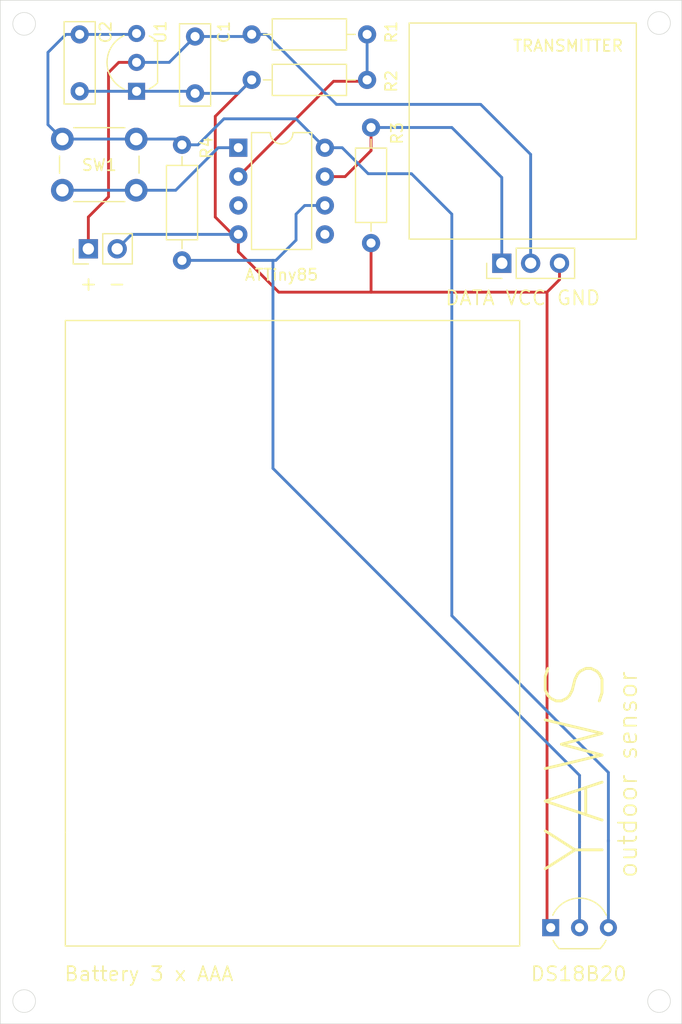
<source format=kicad_pcb>
(kicad_pcb (version 20171130) (host pcbnew "(5.1.9-0-10_14)")

  (general
    (thickness 1.6)
    (drawings 26)
    (tracks 80)
    (zones 0)
    (modules 12)
    (nets 8)
  )

  (page A4)
  (layers
    (0 F.Cu signal)
    (31 B.Cu signal)
    (32 B.Adhes user hide)
    (33 F.Adhes user hide)
    (34 B.Paste user hide)
    (35 F.Paste user hide)
    (36 B.SilkS user)
    (37 F.SilkS user)
    (38 B.Mask user hide)
    (39 F.Mask user hide)
    (40 Dwgs.User user hide)
    (41 Cmts.User user hide)
    (42 Eco1.User user hide)
    (43 Eco2.User user hide)
    (44 Edge.Cuts user)
    (45 Margin user hide)
    (46 B.CrtYd user hide)
    (47 F.CrtYd user hide)
    (48 B.Fab user hide)
    (49 F.Fab user hide)
  )

  (setup
    (last_trace_width 0.25)
    (user_trace_width 0.5)
    (trace_clearance 0.2)
    (zone_clearance 0.508)
    (zone_45_only no)
    (trace_min 0.2)
    (via_size 0.8)
    (via_drill 0.4)
    (via_min_size 0.4)
    (via_min_drill 0.3)
    (uvia_size 0.3)
    (uvia_drill 0.1)
    (uvias_allowed no)
    (uvia_min_size 0.2)
    (uvia_min_drill 0.1)
    (edge_width 0.05)
    (segment_width 0.2)
    (pcb_text_width 0.3)
    (pcb_text_size 1.5 1.5)
    (mod_edge_width 0.12)
    (mod_text_size 1 1)
    (mod_text_width 0.15)
    (pad_size 1.524 1.524)
    (pad_drill 0.762)
    (pad_to_mask_clearance 0)
    (aux_axis_origin 0 0)
    (visible_elements FFFFFF7F)
    (pcbplotparams
      (layerselection 0x010f0_ffffffff)
      (usegerberextensions true)
      (usegerberattributes false)
      (usegerberadvancedattributes false)
      (creategerberjobfile false)
      (excludeedgelayer true)
      (linewidth 0.100000)
      (plotframeref false)
      (viasonmask false)
      (mode 1)
      (useauxorigin false)
      (hpglpennumber 1)
      (hpglpenspeed 20)
      (hpglpendiameter 15.000000)
      (psnegative false)
      (psa4output false)
      (plotreference true)
      (plotvalue true)
      (plotinvisibletext false)
      (padsonsilk false)
      (subtractmaskfromsilk false)
      (outputformat 1)
      (mirror false)
      (drillshape 0)
      (scaleselection 1)
      (outputdirectory "../outdoor-v2-pcbway/"))
  )

  (net 0 "")
  (net 1 "Net-(BT1-Pad2)")
  (net 2 "Net-(BT1-Pad1)")
  (net 3 "Net-(J1-Pad1)")
  (net 4 "Net-(C2-Pad1)")
  (net 5 "Net-(R1-Pad2)")
  (net 6 "Net-(R4-Pad2)")
  (net 7 "Net-(SW1-Pad2)")

  (net_class Default "This is the default net class."
    (clearance 0.2)
    (trace_width 0.25)
    (via_dia 0.8)
    (via_drill 0.4)
    (uvia_dia 0.3)
    (uvia_drill 0.1)
    (add_net "Net-(BT1-Pad1)")
    (add_net "Net-(BT1-Pad2)")
    (add_net "Net-(C2-Pad1)")
    (add_net "Net-(J1-Pad1)")
    (add_net "Net-(R1-Pad2)")
    (add_net "Net-(R4-Pad2)")
    (add_net "Net-(SW1-Pad2)")
  )

  (module Package_DIP:DIP-8_W7.62mm (layer F.Cu) (tedit 63D6ABDD) (tstamp 63214320)
    (at 60.96 92.964)
    (descr "8-lead though-hole mounted DIP package, row spacing 7.62 mm (300 mils)")
    (tags "THT DIP DIL PDIP 2.54mm 7.62mm 300mil")
    (path /63201EA0)
    (fp_text reference U2 (at 2.286 7.62 90) (layer F.SilkS) hide
      (effects (font (size 1 1) (thickness 0.15)))
    )
    (fp_text value ATtiny45V-10PU (at 3.81 9.95) (layer F.Fab)
      (effects (font (size 1 1) (thickness 0.15)))
    )
    (fp_line (start 1.635 -1.27) (end 6.985 -1.27) (layer F.Fab) (width 0.1))
    (fp_line (start 6.985 -1.27) (end 6.985 8.89) (layer F.Fab) (width 0.1))
    (fp_line (start 6.985 8.89) (end 0.635 8.89) (layer F.Fab) (width 0.1))
    (fp_line (start 0.635 8.89) (end 0.635 -0.27) (layer F.Fab) (width 0.1))
    (fp_line (start 0.635 -0.27) (end 1.635 -1.27) (layer F.Fab) (width 0.1))
    (fp_line (start 2.81 -1.33) (end 1.16 -1.33) (layer F.SilkS) (width 0.12))
    (fp_line (start 1.16 -1.33) (end 1.16 8.95) (layer F.SilkS) (width 0.12))
    (fp_line (start 1.16 8.95) (end 6.46 8.95) (layer F.SilkS) (width 0.12))
    (fp_line (start 6.46 8.95) (end 6.46 -1.33) (layer F.SilkS) (width 0.12))
    (fp_line (start 6.46 -1.33) (end 4.81 -1.33) (layer F.SilkS) (width 0.12))
    (fp_line (start -1.1 -1.55) (end -1.1 9.15) (layer F.CrtYd) (width 0.05))
    (fp_line (start -1.1 9.15) (end 8.7 9.15) (layer F.CrtYd) (width 0.05))
    (fp_line (start 8.7 9.15) (end 8.7 -1.55) (layer F.CrtYd) (width 0.05))
    (fp_line (start 8.7 -1.55) (end -1.1 -1.55) (layer F.CrtYd) (width 0.05))
    (fp_text user %R (at 3.81 3.81) (layer F.Fab)
      (effects (font (size 1 1) (thickness 0.15)))
    )
    (fp_arc (start 3.81 -1.33) (end 2.81 -1.33) (angle -180) (layer F.SilkS) (width 0.12))
    (pad 8 thru_hole oval (at 7.62 0) (size 1.6 1.6) (drill 0.8) (layers *.Cu *.Mask)
      (net 4 "Net-(C2-Pad1)"))
    (pad 4 thru_hole oval (at 0 7.62) (size 1.6 1.6) (drill 0.8) (layers *.Cu *.Mask)
      (net 1 "Net-(BT1-Pad2)"))
    (pad 7 thru_hole oval (at 7.62 2.54) (size 1.6 1.6) (drill 0.8) (layers *.Cu *.Mask)
      (net 3 "Net-(J1-Pad1)"))
    (pad 3 thru_hole oval (at 0 5.08) (size 1.6 1.6) (drill 0.8) (layers *.Cu *.Mask))
    (pad 6 thru_hole oval (at 7.62 5.08) (size 1.6 1.6) (drill 0.8) (layers *.Cu *.Mask)
      (net 6 "Net-(R4-Pad2)"))
    (pad 2 thru_hole oval (at 0 2.54) (size 1.6 1.6) (drill 0.8) (layers *.Cu *.Mask)
      (net 5 "Net-(R1-Pad2)"))
    (pad 5 thru_hole oval (at 7.62 7.62) (size 1.6 1.6) (drill 0.8) (layers *.Cu *.Mask))
    (pad 1 thru_hole rect (at 0 0) (size 1.6 1.6) (drill 0.8) (layers *.Cu *.Mask)
      (net 7 "Net-(SW1-Pad2)"))
    (model ${KISYS3DMOD}/Package_DIP.3dshapes/DIP-8_W7.62mm.wrl
      (at (xyz 0 0 0))
      (scale (xyz 1 1 1))
      (rotate (xyz 0 0 0))
    )
  )

  (module Package_TO_SOT_THT:TO-92_Inline_Wide (layer F.Cu) (tedit 63D6ABB1) (tstamp 63D32D19)
    (at 88.46 161.544)
    (descr "TO-92 leads in-line, wide, drill 0.75mm (see NXP sot054_po.pdf)")
    (tags "to-92 sc-43 sc-43a sot54 PA33 transistor")
    (path /631FB4D2)
    (fp_text reference U3 (at -0.068 -3.048) (layer F.SilkS) hide
      (effects (font (size 1 1) (thickness 0.15)))
    )
    (fp_text value DS18B20 (at 2.54 2.79) (layer F.Fab)
      (effects (font (size 1 1) (thickness 0.15)))
    )
    (fp_line (start 0.74 1.85) (end 4.34 1.85) (layer F.SilkS) (width 0.12))
    (fp_line (start 0.8 1.75) (end 4.3 1.75) (layer F.Fab) (width 0.1))
    (fp_line (start -1.01 -2.73) (end 6.09 -2.73) (layer F.CrtYd) (width 0.05))
    (fp_line (start -1.01 -2.73) (end -1.01 2.01) (layer F.CrtYd) (width 0.05))
    (fp_line (start 6.09 2.01) (end 6.09 -2.73) (layer F.CrtYd) (width 0.05))
    (fp_line (start 6.09 2.01) (end -1.01 2.01) (layer F.CrtYd) (width 0.05))
    (fp_arc (start 2.54 0) (end 4.34 1.85) (angle -20) (layer F.SilkS) (width 0.12))
    (fp_arc (start 2.54 0) (end 2.54 -2.48) (angle -135) (layer F.Fab) (width 0.1))
    (fp_arc (start 2.54 0) (end 2.54 -2.48) (angle 135) (layer F.Fab) (width 0.1))
    (fp_arc (start 2.54 0) (end 2.54 -2.6) (angle 65) (layer F.SilkS) (width 0.12))
    (fp_arc (start 2.54 0) (end 2.54 -2.6) (angle -65) (layer F.SilkS) (width 0.12))
    (fp_arc (start 2.54 0) (end 0.74 1.85) (angle 20) (layer F.SilkS) (width 0.12))
    (fp_text user %R (at 2.54 0) (layer F.Fab)
      (effects (font (size 1 1) (thickness 0.15)))
    )
    (pad 1 thru_hole rect (at 0 0) (size 1.5 1.5) (drill 0.8) (layers *.Cu *.Mask)
      (net 1 "Net-(BT1-Pad2)"))
    (pad 3 thru_hole circle (at 5.08 0) (size 1.5 1.5) (drill 0.8) (layers *.Cu *.Mask)
      (net 4 "Net-(C2-Pad1)"))
    (pad 2 thru_hole circle (at 2.54 0) (size 1.5 1.5) (drill 0.8) (layers *.Cu *.Mask)
      (net 6 "Net-(R4-Pad2)"))
    (model ${KISYS3DMOD}/Package_TO_SOT_THT.3dshapes/TO-92_Inline_Wide.wrl
      (at (xyz 0 0 0))
      (scale (xyz 1 1 1))
      (rotate (xyz 0 0 0))
    )
  )

  (module Resistor_THT:R_Axial_DIN0207_L6.3mm_D2.5mm_P10.16mm_Horizontal (layer F.Cu) (tedit 5AE5139B) (tstamp 63D6A70D)
    (at 72.644 91.186 270)
    (descr "Resistor, Axial_DIN0207 series, Axial, Horizontal, pin pitch=10.16mm, 0.25W = 1/4W, length*diameter=6.3*2.5mm^2, http://cdn-reichelt.de/documents/datenblatt/B400/1_4W%23YAG.pdf")
    (tags "Resistor Axial_DIN0207 series Axial Horizontal pin pitch 10.16mm 0.25W = 1/4W length 6.3mm diameter 2.5mm")
    (path /63D75132)
    (fp_text reference R3 (at 0.508 -2.286 90) (layer F.SilkS)
      (effects (font (size 1 1) (thickness 0.15)))
    )
    (fp_text value 10k (at 5.08 2.37 90) (layer F.Fab)
      (effects (font (size 1 1) (thickness 0.15)))
    )
    (fp_line (start 11.21 -1.5) (end -1.05 -1.5) (layer F.CrtYd) (width 0.05))
    (fp_line (start 11.21 1.5) (end 11.21 -1.5) (layer F.CrtYd) (width 0.05))
    (fp_line (start -1.05 1.5) (end 11.21 1.5) (layer F.CrtYd) (width 0.05))
    (fp_line (start -1.05 -1.5) (end -1.05 1.5) (layer F.CrtYd) (width 0.05))
    (fp_line (start 9.12 0) (end 8.35 0) (layer F.SilkS) (width 0.12))
    (fp_line (start 1.04 0) (end 1.81 0) (layer F.SilkS) (width 0.12))
    (fp_line (start 8.35 -1.37) (end 1.81 -1.37) (layer F.SilkS) (width 0.12))
    (fp_line (start 8.35 1.37) (end 8.35 -1.37) (layer F.SilkS) (width 0.12))
    (fp_line (start 1.81 1.37) (end 8.35 1.37) (layer F.SilkS) (width 0.12))
    (fp_line (start 1.81 -1.37) (end 1.81 1.37) (layer F.SilkS) (width 0.12))
    (fp_line (start 10.16 0) (end 8.23 0) (layer F.Fab) (width 0.1))
    (fp_line (start 0 0) (end 1.93 0) (layer F.Fab) (width 0.1))
    (fp_line (start 8.23 -1.25) (end 1.93 -1.25) (layer F.Fab) (width 0.1))
    (fp_line (start 8.23 1.25) (end 8.23 -1.25) (layer F.Fab) (width 0.1))
    (fp_line (start 1.93 1.25) (end 8.23 1.25) (layer F.Fab) (width 0.1))
    (fp_line (start 1.93 -1.25) (end 1.93 1.25) (layer F.Fab) (width 0.1))
    (fp_text user %R (at 5.08 0 90) (layer F.Fab)
      (effects (font (size 1 1) (thickness 0.15)))
    )
    (pad 2 thru_hole oval (at 10.16 0 270) (size 1.6 1.6) (drill 0.8) (layers *.Cu *.Mask)
      (net 1 "Net-(BT1-Pad2)"))
    (pad 1 thru_hole circle (at 0 0 270) (size 1.6 1.6) (drill 0.8) (layers *.Cu *.Mask)
      (net 3 "Net-(J1-Pad1)"))
    (model ${KISYS3DMOD}/Resistor_THT.3dshapes/R_Axial_DIN0207_L6.3mm_D2.5mm_P10.16mm_Horizontal.wrl
      (at (xyz 0 0 0))
      (scale (xyz 1 1 1))
      (rotate (xyz 0 0 0))
    )
  )

  (module Package_TO_SOT_THT:TO-92_Inline_Wide (layer F.Cu) (tedit 5A02FF81) (tstamp 6321430C)
    (at 52 88 90)
    (descr "TO-92 leads in-line, wide, drill 0.75mm (see NXP sot054_po.pdf)")
    (tags "to-92 sc-43 sc-43a sot54 PA33 transistor")
    (path /63D31815)
    (fp_text reference U1 (at 5.196 2.102 90) (layer F.SilkS)
      (effects (font (size 1 1) (thickness 0.15)))
    )
    (fp_text value MCP1700-3302E (at 2.54 2.79 90) (layer F.Fab)
      (effects (font (size 1 1) (thickness 0.15)))
    )
    (fp_line (start 6.09 2.01) (end -1.01 2.01) (layer F.CrtYd) (width 0.05))
    (fp_line (start 6.09 2.01) (end 6.09 -2.73) (layer F.CrtYd) (width 0.05))
    (fp_line (start -1.01 -2.73) (end -1.01 2.01) (layer F.CrtYd) (width 0.05))
    (fp_line (start -1.01 -2.73) (end 6.09 -2.73) (layer F.CrtYd) (width 0.05))
    (fp_line (start 0.8 1.75) (end 4.3 1.75) (layer F.Fab) (width 0.1))
    (fp_line (start 0.74 1.85) (end 4.34 1.85) (layer F.SilkS) (width 0.12))
    (fp_arc (start 2.54 0) (end 4.34 1.85) (angle -20) (layer F.SilkS) (width 0.12))
    (fp_arc (start 2.54 0) (end 2.54 -2.48) (angle -135) (layer F.Fab) (width 0.1))
    (fp_arc (start 2.54 0) (end 2.54 -2.48) (angle 135) (layer F.Fab) (width 0.1))
    (fp_arc (start 2.54 0) (end 2.54 -2.6) (angle 65) (layer F.SilkS) (width 0.12))
    (fp_arc (start 2.54 0) (end 2.54 -2.6) (angle -65) (layer F.SilkS) (width 0.12))
    (fp_arc (start 2.54 0) (end 0.74 1.85) (angle 20) (layer F.SilkS) (width 0.12))
    (fp_text user %R (at 2.54 0 90) (layer F.Fab)
      (effects (font (size 1 1) (thickness 0.15)))
    )
    (pad 1 thru_hole rect (at 0 0 90) (size 1.5 1.5) (drill 0.8) (layers *.Cu *.Mask)
      (net 1 "Net-(BT1-Pad2)"))
    (pad 3 thru_hole circle (at 5.08 0 90) (size 1.5 1.5) (drill 0.8) (layers *.Cu *.Mask)
      (net 4 "Net-(C2-Pad1)"))
    (pad 2 thru_hole circle (at 2.54 0 90) (size 1.5 1.5) (drill 0.8) (layers *.Cu *.Mask)
      (net 2 "Net-(BT1-Pad1)"))
    (model ${KISYS3DMOD}/Package_TO_SOT_THT.3dshapes/TO-92_Inline_Wide.wrl
      (at (xyz 0 0 0))
      (scale (xyz 1 1 1))
      (rotate (xyz 0 0 0))
    )
  )

  (module Button_Switch_THT:SW_PUSH_6mm (layer F.Cu) (tedit 5A02FE31) (tstamp 63D32CCC)
    (at 45.466 92.202)
    (descr https://www.omron.com/ecb/products/pdf/en-b3f.pdf)
    (tags "tact sw push 6mm")
    (path /63D4C54F)
    (fp_text reference SW1 (at 3.25 2.286) (layer F.SilkS)
      (effects (font (size 1 1) (thickness 0.15)))
    )
    (fp_text value SW_Push (at 3.75 6.7) (layer F.Fab)
      (effects (font (size 1 1) (thickness 0.15)))
    )
    (fp_circle (center 3.25 2.25) (end 1.25 2.5) (layer F.Fab) (width 0.1))
    (fp_line (start 6.75 3) (end 6.75 1.5) (layer F.SilkS) (width 0.12))
    (fp_line (start 5.5 -1) (end 1 -1) (layer F.SilkS) (width 0.12))
    (fp_line (start -0.25 1.5) (end -0.25 3) (layer F.SilkS) (width 0.12))
    (fp_line (start 1 5.5) (end 5.5 5.5) (layer F.SilkS) (width 0.12))
    (fp_line (start 8 -1.25) (end 8 5.75) (layer F.CrtYd) (width 0.05))
    (fp_line (start 7.75 6) (end -1.25 6) (layer F.CrtYd) (width 0.05))
    (fp_line (start -1.5 5.75) (end -1.5 -1.25) (layer F.CrtYd) (width 0.05))
    (fp_line (start -1.25 -1.5) (end 7.75 -1.5) (layer F.CrtYd) (width 0.05))
    (fp_line (start -1.5 6) (end -1.25 6) (layer F.CrtYd) (width 0.05))
    (fp_line (start -1.5 5.75) (end -1.5 6) (layer F.CrtYd) (width 0.05))
    (fp_line (start -1.5 -1.5) (end -1.25 -1.5) (layer F.CrtYd) (width 0.05))
    (fp_line (start -1.5 -1.25) (end -1.5 -1.5) (layer F.CrtYd) (width 0.05))
    (fp_line (start 8 -1.5) (end 8 -1.25) (layer F.CrtYd) (width 0.05))
    (fp_line (start 7.75 -1.5) (end 8 -1.5) (layer F.CrtYd) (width 0.05))
    (fp_line (start 8 6) (end 8 5.75) (layer F.CrtYd) (width 0.05))
    (fp_line (start 7.75 6) (end 8 6) (layer F.CrtYd) (width 0.05))
    (fp_line (start 0.25 -0.75) (end 3.25 -0.75) (layer F.Fab) (width 0.1))
    (fp_line (start 0.25 5.25) (end 0.25 -0.75) (layer F.Fab) (width 0.1))
    (fp_line (start 6.25 5.25) (end 0.25 5.25) (layer F.Fab) (width 0.1))
    (fp_line (start 6.25 -0.75) (end 6.25 5.25) (layer F.Fab) (width 0.1))
    (fp_line (start 3.25 -0.75) (end 6.25 -0.75) (layer F.Fab) (width 0.1))
    (fp_text user %R (at 3.25 2.25) (layer F.Fab)
      (effects (font (size 1 1) (thickness 0.15)))
    )
    (pad 1 thru_hole circle (at 6.5 0 90) (size 2 2) (drill 1.1) (layers *.Cu *.Mask)
      (net 4 "Net-(C2-Pad1)"))
    (pad 2 thru_hole circle (at 6.5 4.5 90) (size 2 2) (drill 1.1) (layers *.Cu *.Mask)
      (net 7 "Net-(SW1-Pad2)"))
    (pad 1 thru_hole circle (at 0 0 90) (size 2 2) (drill 1.1) (layers *.Cu *.Mask)
      (net 4 "Net-(C2-Pad1)"))
    (pad 2 thru_hole circle (at 0 4.5 90) (size 2 2) (drill 1.1) (layers *.Cu *.Mask)
      (net 7 "Net-(SW1-Pad2)"))
    (model ${KISYS3DMOD}/Button_Switch_THT.3dshapes/SW_PUSH_6mm.wrl
      (at (xyz 0 0 0))
      (scale (xyz 1 1 1))
      (rotate (xyz 0 0 0))
    )
  )

  (module Resistor_THT:R_Axial_DIN0207_L6.3mm_D2.5mm_P10.16mm_Horizontal (layer F.Cu) (tedit 5AE5139B) (tstamp 63D32CB5)
    (at 56 92.71 270)
    (descr "Resistor, Axial_DIN0207 series, Axial, Horizontal, pin pitch=10.16mm, 0.25W = 1/4W, length*diameter=6.3*2.5mm^2, http://cdn-reichelt.de/documents/datenblatt/B400/1_4W%23YAG.pdf")
    (tags "Resistor Axial_DIN0207 series Axial Horizontal pin pitch 10.16mm 0.25W = 1/4W length 6.3mm diameter 2.5mm")
    (path /63A07D65)
    (fp_text reference R4 (at 0.254 -2.166 90) (layer F.SilkS)
      (effects (font (size 1 1) (thickness 0.15)))
    )
    (fp_text value 4.7k (at 5.08 2.37 90) (layer F.Fab)
      (effects (font (size 1 1) (thickness 0.15)))
    )
    (fp_line (start 1.93 -1.25) (end 1.93 1.25) (layer F.Fab) (width 0.1))
    (fp_line (start 1.93 1.25) (end 8.23 1.25) (layer F.Fab) (width 0.1))
    (fp_line (start 8.23 1.25) (end 8.23 -1.25) (layer F.Fab) (width 0.1))
    (fp_line (start 8.23 -1.25) (end 1.93 -1.25) (layer F.Fab) (width 0.1))
    (fp_line (start 0 0) (end 1.93 0) (layer F.Fab) (width 0.1))
    (fp_line (start 10.16 0) (end 8.23 0) (layer F.Fab) (width 0.1))
    (fp_line (start 1.81 -1.37) (end 1.81 1.37) (layer F.SilkS) (width 0.12))
    (fp_line (start 1.81 1.37) (end 8.35 1.37) (layer F.SilkS) (width 0.12))
    (fp_line (start 8.35 1.37) (end 8.35 -1.37) (layer F.SilkS) (width 0.12))
    (fp_line (start 8.35 -1.37) (end 1.81 -1.37) (layer F.SilkS) (width 0.12))
    (fp_line (start 1.04 0) (end 1.81 0) (layer F.SilkS) (width 0.12))
    (fp_line (start 9.12 0) (end 8.35 0) (layer F.SilkS) (width 0.12))
    (fp_line (start -1.05 -1.5) (end -1.05 1.5) (layer F.CrtYd) (width 0.05))
    (fp_line (start -1.05 1.5) (end 11.21 1.5) (layer F.CrtYd) (width 0.05))
    (fp_line (start 11.21 1.5) (end 11.21 -1.5) (layer F.CrtYd) (width 0.05))
    (fp_line (start 11.21 -1.5) (end -1.05 -1.5) (layer F.CrtYd) (width 0.05))
    (fp_text user %R (at 5.08 0 90) (layer F.Fab)
      (effects (font (size 1 1) (thickness 0.15)))
    )
    (pad 2 thru_hole oval (at 10.16 0 270) (size 1.6 1.6) (drill 0.8) (layers *.Cu *.Mask)
      (net 6 "Net-(R4-Pad2)"))
    (pad 1 thru_hole circle (at 0 0 270) (size 1.6 1.6) (drill 0.8) (layers *.Cu *.Mask)
      (net 4 "Net-(C2-Pad1)"))
    (model ${KISYS3DMOD}/Resistor_THT.3dshapes/R_Axial_DIN0207_L6.3mm_D2.5mm_P10.16mm_Horizontal.wrl
      (at (xyz 0 0 0))
      (scale (xyz 1 1 1))
      (rotate (xyz 0 0 0))
    )
  )

  (module Capacitor_THT:C_Rect_L7.0mm_W2.5mm_P5.00mm (layer F.Cu) (tedit 5AE50EF0) (tstamp 63D32C1D)
    (at 46.99 83 270)
    (descr "C, Rect series, Radial, pin pitch=5.00mm, , length*width=7*2.5mm^2, Capacitor")
    (tags "C Rect series Radial pin pitch 5.00mm  length 7mm width 2.5mm Capacitor")
    (path /63D33E7B)
    (fp_text reference C2 (at -0.196 -2.286 90) (layer F.SilkS)
      (effects (font (size 1 1) (thickness 0.15)))
    )
    (fp_text value 1u (at 2.5 2.5 90) (layer F.Fab)
      (effects (font (size 1 1) (thickness 0.15)))
    )
    (fp_line (start -1 -1.25) (end -1 1.25) (layer F.Fab) (width 0.1))
    (fp_line (start -1 1.25) (end 6 1.25) (layer F.Fab) (width 0.1))
    (fp_line (start 6 1.25) (end 6 -1.25) (layer F.Fab) (width 0.1))
    (fp_line (start 6 -1.25) (end -1 -1.25) (layer F.Fab) (width 0.1))
    (fp_line (start -1.12 -1.37) (end 6.12 -1.37) (layer F.SilkS) (width 0.12))
    (fp_line (start -1.12 1.37) (end 6.12 1.37) (layer F.SilkS) (width 0.12))
    (fp_line (start -1.12 -1.37) (end -1.12 1.37) (layer F.SilkS) (width 0.12))
    (fp_line (start 6.12 -1.37) (end 6.12 1.37) (layer F.SilkS) (width 0.12))
    (fp_line (start -1.25 -1.5) (end -1.25 1.5) (layer F.CrtYd) (width 0.05))
    (fp_line (start -1.25 1.5) (end 6.25 1.5) (layer F.CrtYd) (width 0.05))
    (fp_line (start 6.25 1.5) (end 6.25 -1.5) (layer F.CrtYd) (width 0.05))
    (fp_line (start 6.25 -1.5) (end -1.25 -1.5) (layer F.CrtYd) (width 0.05))
    (fp_text user %R (at 2.5 0 90) (layer F.Fab)
      (effects (font (size 1 1) (thickness 0.15)))
    )
    (pad 2 thru_hole circle (at 5 0 270) (size 1.6 1.6) (drill 0.8) (layers *.Cu *.Mask)
      (net 1 "Net-(BT1-Pad2)"))
    (pad 1 thru_hole circle (at 0 0 270) (size 1.6 1.6) (drill 0.8) (layers *.Cu *.Mask)
      (net 4 "Net-(C2-Pad1)"))
    (model ${KISYS3DMOD}/Capacitor_THT.3dshapes/C_Rect_L7.0mm_W2.5mm_P5.00mm.wrl
      (at (xyz 0 0 0))
      (scale (xyz 1 1 1))
      (rotate (xyz 0 0 0))
    )
  )

  (module Capacitor_THT:C_Rect_L7.0mm_W2.5mm_P5.00mm (layer F.Cu) (tedit 5AE50EF0) (tstamp 63D32C0A)
    (at 57.15 83.185 270)
    (descr "C, Rect series, Radial, pin pitch=5.00mm, , length*width=7*2.5mm^2, Capacitor")
    (tags "C Rect series Radial pin pitch 5.00mm  length 7mm width 2.5mm Capacitor")
    (path /63D348FC)
    (fp_text reference C1 (at -0.381 -2.54 90) (layer F.SilkS)
      (effects (font (size 1 1) (thickness 0.15)))
    )
    (fp_text value 1u (at 2.5 2.5 90) (layer F.Fab)
      (effects (font (size 1 1) (thickness 0.15)))
    )
    (fp_line (start -1 -1.25) (end -1 1.25) (layer F.Fab) (width 0.1))
    (fp_line (start -1 1.25) (end 6 1.25) (layer F.Fab) (width 0.1))
    (fp_line (start 6 1.25) (end 6 -1.25) (layer F.Fab) (width 0.1))
    (fp_line (start 6 -1.25) (end -1 -1.25) (layer F.Fab) (width 0.1))
    (fp_line (start -1.12 -1.37) (end 6.12 -1.37) (layer F.SilkS) (width 0.12))
    (fp_line (start -1.12 1.37) (end 6.12 1.37) (layer F.SilkS) (width 0.12))
    (fp_line (start -1.12 -1.37) (end -1.12 1.37) (layer F.SilkS) (width 0.12))
    (fp_line (start 6.12 -1.37) (end 6.12 1.37) (layer F.SilkS) (width 0.12))
    (fp_line (start -1.25 -1.5) (end -1.25 1.5) (layer F.CrtYd) (width 0.05))
    (fp_line (start -1.25 1.5) (end 6.25 1.5) (layer F.CrtYd) (width 0.05))
    (fp_line (start 6.25 1.5) (end 6.25 -1.5) (layer F.CrtYd) (width 0.05))
    (fp_line (start 6.25 -1.5) (end -1.25 -1.5) (layer F.CrtYd) (width 0.05))
    (fp_text user %R (at 2.5 0 90) (layer F.Fab)
      (effects (font (size 1 1) (thickness 0.15)))
    )
    (pad 2 thru_hole circle (at 5 0 270) (size 1.6 1.6) (drill 0.8) (layers *.Cu *.Mask)
      (net 1 "Net-(BT1-Pad2)"))
    (pad 1 thru_hole circle (at 0 0 270) (size 1.6 1.6) (drill 0.8) (layers *.Cu *.Mask)
      (net 2 "Net-(BT1-Pad1)"))
    (model ${KISYS3DMOD}/Capacitor_THT.3dshapes/C_Rect_L7.0mm_W2.5mm_P5.00mm.wrl
      (at (xyz 0 0 0))
      (scale (xyz 1 1 1))
      (rotate (xyz 0 0 0))
    )
  )

  (module Connector_PinHeader_2.54mm:PinHeader_1x02_P2.54mm_Vertical (layer F.Cu) (tedit 59FED5CC) (tstamp 6321426E)
    (at 47.752 101.854 90)
    (descr "Through hole straight pin header, 1x02, 2.54mm pitch, single row")
    (tags "Through hole pin header THT 1x02 2.54mm single row")
    (path /63D2EE70)
    (fp_text reference BT1 (at 0 -2.33 90) (layer F.SilkS) hide
      (effects (font (size 1 1) (thickness 0.15)))
    )
    (fp_text value 4.5V (at 0 4.87 90) (layer F.Fab)
      (effects (font (size 1 1) (thickness 0.15)))
    )
    (fp_line (start -0.635 -1.27) (end 1.27 -1.27) (layer F.Fab) (width 0.1))
    (fp_line (start 1.27 -1.27) (end 1.27 3.81) (layer F.Fab) (width 0.1))
    (fp_line (start 1.27 3.81) (end -1.27 3.81) (layer F.Fab) (width 0.1))
    (fp_line (start -1.27 3.81) (end -1.27 -0.635) (layer F.Fab) (width 0.1))
    (fp_line (start -1.27 -0.635) (end -0.635 -1.27) (layer F.Fab) (width 0.1))
    (fp_line (start -1.33 3.87) (end 1.33 3.87) (layer F.SilkS) (width 0.12))
    (fp_line (start -1.33 1.27) (end -1.33 3.87) (layer F.SilkS) (width 0.12))
    (fp_line (start 1.33 1.27) (end 1.33 3.87) (layer F.SilkS) (width 0.12))
    (fp_line (start -1.33 1.27) (end 1.33 1.27) (layer F.SilkS) (width 0.12))
    (fp_line (start -1.33 0) (end -1.33 -1.33) (layer F.SilkS) (width 0.12))
    (fp_line (start -1.33 -1.33) (end 0 -1.33) (layer F.SilkS) (width 0.12))
    (fp_line (start -1.8 -1.8) (end -1.8 4.35) (layer F.CrtYd) (width 0.05))
    (fp_line (start -1.8 4.35) (end 1.8 4.35) (layer F.CrtYd) (width 0.05))
    (fp_line (start 1.8 4.35) (end 1.8 -1.8) (layer F.CrtYd) (width 0.05))
    (fp_line (start 1.8 -1.8) (end -1.8 -1.8) (layer F.CrtYd) (width 0.05))
    (fp_text user %R (at 0 1.27) (layer F.Fab)
      (effects (font (size 1 1) (thickness 0.15)))
    )
    (pad 2 thru_hole oval (at 0 2.54 90) (size 1.7 1.7) (drill 1) (layers *.Cu *.Mask)
      (net 1 "Net-(BT1-Pad2)"))
    (pad 1 thru_hole rect (at 0 0 90) (size 1.7 1.7) (drill 1) (layers *.Cu *.Mask)
      (net 2 "Net-(BT1-Pad1)"))
    (model ${KISYS3DMOD}/Connector_PinHeader_2.54mm.3dshapes/PinHeader_1x02_P2.54mm_Vertical.wrl
      (at (xyz 0 0 0))
      (scale (xyz 1 1 1))
      (rotate (xyz 0 0 0))
    )
  )

  (module Connector_PinHeader_2.54mm:PinHeader_1x03_P2.54mm_Vertical (layer F.Cu) (tedit 59FED5CC) (tstamp 632142C3)
    (at 84.155 103.124 90)
    (descr "Through hole straight pin header, 1x03, 2.54mm pitch, single row")
    (tags "Through hole pin header THT 1x03 2.54mm single row")
    (path /632038BA)
    (fp_text reference J1 (at 0.124 -2.693) (layer F.Fab)
      (effects (font (size 1 1) (thickness 0.15)))
    )
    (fp_text value TX433MHz (at 3.124 2.557) (layer F.Fab)
      (effects (font (size 1 1) (thickness 0.15)))
    )
    (fp_line (start -0.635 -1.27) (end 1.27 -1.27) (layer F.Fab) (width 0.1))
    (fp_line (start 1.27 -1.27) (end 1.27 6.35) (layer F.Fab) (width 0.1))
    (fp_line (start 1.27 6.35) (end -1.27 6.35) (layer F.Fab) (width 0.1))
    (fp_line (start -1.27 6.35) (end -1.27 -0.635) (layer F.Fab) (width 0.1))
    (fp_line (start -1.27 -0.635) (end -0.635 -1.27) (layer F.Fab) (width 0.1))
    (fp_line (start -1.33 6.41) (end 1.33 6.41) (layer F.SilkS) (width 0.12))
    (fp_line (start -1.33 1.27) (end -1.33 6.41) (layer F.SilkS) (width 0.12))
    (fp_line (start 1.33 1.27) (end 1.33 6.41) (layer F.SilkS) (width 0.12))
    (fp_line (start -1.33 1.27) (end 1.33 1.27) (layer F.SilkS) (width 0.12))
    (fp_line (start -1.33 0) (end -1.33 -1.33) (layer F.SilkS) (width 0.12))
    (fp_line (start -1.33 -1.33) (end 0 -1.33) (layer F.SilkS) (width 0.12))
    (fp_line (start -1.8 -1.8) (end -1.8 6.85) (layer F.CrtYd) (width 0.05))
    (fp_line (start -1.8 6.85) (end 1.8 6.85) (layer F.CrtYd) (width 0.05))
    (fp_line (start 1.8 6.85) (end 1.8 -1.8) (layer F.CrtYd) (width 0.05))
    (fp_line (start 1.8 -1.8) (end -1.8 -1.8) (layer F.CrtYd) (width 0.05))
    (fp_text user %R (at 0 2.54) (layer F.Fab)
      (effects (font (size 1 1) (thickness 0.15)))
    )
    (pad 3 thru_hole oval (at 0 5.08 90) (size 1.7 1.7) (drill 1) (layers *.Cu *.Mask)
      (net 1 "Net-(BT1-Pad2)"))
    (pad 2 thru_hole oval (at 0 2.54 90) (size 1.7 1.7) (drill 1) (layers *.Cu *.Mask)
      (net 2 "Net-(BT1-Pad1)"))
    (pad 1 thru_hole rect (at 0 0 90) (size 1.7 1.7) (drill 1) (layers *.Cu *.Mask)
      (net 3 "Net-(J1-Pad1)"))
    (model ${KISYS3DMOD}/Connector_PinHeader_2.54mm.3dshapes/PinHeader_1x03_P2.54mm_Vertical.wrl
      (at (xyz 0 0 0))
      (scale (xyz 1 1 1))
      (rotate (xyz 0 0 0))
    )
  )

  (module Resistor_THT:R_Axial_DIN0207_L6.3mm_D2.5mm_P10.16mm_Horizontal (layer F.Cu) (tedit 5AE5139B) (tstamp 63A07D36)
    (at 72.295 87 180)
    (descr "Resistor, Axial_DIN0207 series, Axial, Horizontal, pin pitch=10.16mm, 0.25W = 1/4W, length*diameter=6.3*2.5mm^2, http://cdn-reichelt.de/documents/datenblatt/B400/1_4W%23YAG.pdf")
    (tags "Resistor Axial_DIN0207 series Axial Horizontal pin pitch 10.16mm 0.25W = 1/4W length 6.3mm diameter 2.5mm")
    (path /63D3AC16)
    (fp_text reference R2 (at -2.127 -0.122 90) (layer F.SilkS)
      (effects (font (size 1 1) (thickness 0.15)))
    )
    (fp_text value 100k (at 5.08 2.37) (layer F.Fab)
      (effects (font (size 1 1) (thickness 0.15)))
    )
    (fp_line (start 11.21 -1.5) (end -1.05 -1.5) (layer F.CrtYd) (width 0.05))
    (fp_line (start 11.21 1.5) (end 11.21 -1.5) (layer F.CrtYd) (width 0.05))
    (fp_line (start -1.05 1.5) (end 11.21 1.5) (layer F.CrtYd) (width 0.05))
    (fp_line (start -1.05 -1.5) (end -1.05 1.5) (layer F.CrtYd) (width 0.05))
    (fp_line (start 9.12 0) (end 8.35 0) (layer F.SilkS) (width 0.12))
    (fp_line (start 1.04 0) (end 1.81 0) (layer F.SilkS) (width 0.12))
    (fp_line (start 8.35 -1.37) (end 1.81 -1.37) (layer F.SilkS) (width 0.12))
    (fp_line (start 8.35 1.37) (end 8.35 -1.37) (layer F.SilkS) (width 0.12))
    (fp_line (start 1.81 1.37) (end 8.35 1.37) (layer F.SilkS) (width 0.12))
    (fp_line (start 1.81 -1.37) (end 1.81 1.37) (layer F.SilkS) (width 0.12))
    (fp_line (start 10.16 0) (end 8.23 0) (layer F.Fab) (width 0.1))
    (fp_line (start 0 0) (end 1.93 0) (layer F.Fab) (width 0.1))
    (fp_line (start 8.23 -1.25) (end 1.93 -1.25) (layer F.Fab) (width 0.1))
    (fp_line (start 8.23 1.25) (end 8.23 -1.25) (layer F.Fab) (width 0.1))
    (fp_line (start 1.93 1.25) (end 8.23 1.25) (layer F.Fab) (width 0.1))
    (fp_line (start 1.93 -1.25) (end 1.93 1.25) (layer F.Fab) (width 0.1))
    (fp_text user %R (at 5.08 0) (layer F.Fab)
      (effects (font (size 1 1) (thickness 0.15)))
    )
    (pad 2 thru_hole oval (at 10.16 0 180) (size 1.6 1.6) (drill 0.8) (layers *.Cu *.Mask)
      (net 1 "Net-(BT1-Pad2)"))
    (pad 1 thru_hole circle (at 0 0 180) (size 1.6 1.6) (drill 0.8) (layers *.Cu *.Mask)
      (net 5 "Net-(R1-Pad2)"))
    (model ${KISYS3DMOD}/Resistor_THT.3dshapes/R_Axial_DIN0207_L6.3mm_D2.5mm_P10.16mm_Horizontal.wrl
      (at (xyz 0 0 0))
      (scale (xyz 1 1 1))
      (rotate (xyz 0 0 0))
    )
  )

  (module Resistor_THT:R_Axial_DIN0207_L6.3mm_D2.5mm_P10.16mm_Horizontal (layer F.Cu) (tedit 5AE5139B) (tstamp 632142DA)
    (at 62.135 83)
    (descr "Resistor, Axial_DIN0207 series, Axial, Horizontal, pin pitch=10.16mm, 0.25W = 1/4W, length*diameter=6.3*2.5mm^2, http://cdn-reichelt.de/documents/datenblatt/B400/1_4W%23YAG.pdf")
    (tags "Resistor Axial_DIN0207 series Axial Horizontal pin pitch 10.16mm 0.25W = 1/4W length 6.3mm diameter 2.5mm")
    (path /63D3A40B)
    (fp_text reference R1 (at 12.287 -0.196 90) (layer F.SilkS)
      (effects (font (size 1 1) (thickness 0.15)))
    )
    (fp_text value 1M (at 6.5 0) (layer F.Fab)
      (effects (font (size 1 1) (thickness 0.15)))
    )
    (fp_line (start 1.93 -1.25) (end 1.93 1.25) (layer F.Fab) (width 0.1))
    (fp_line (start 1.93 1.25) (end 8.23 1.25) (layer F.Fab) (width 0.1))
    (fp_line (start 8.23 1.25) (end 8.23 -1.25) (layer F.Fab) (width 0.1))
    (fp_line (start 8.23 -1.25) (end 1.93 -1.25) (layer F.Fab) (width 0.1))
    (fp_line (start 0 0) (end 1.93 0) (layer F.Fab) (width 0.1))
    (fp_line (start 10.16 0) (end 8.23 0) (layer F.Fab) (width 0.1))
    (fp_line (start 1.81 -1.37) (end 1.81 1.37) (layer F.SilkS) (width 0.12))
    (fp_line (start 1.81 1.37) (end 8.35 1.37) (layer F.SilkS) (width 0.12))
    (fp_line (start 8.35 1.37) (end 8.35 -1.37) (layer F.SilkS) (width 0.12))
    (fp_line (start 8.35 -1.37) (end 1.81 -1.37) (layer F.SilkS) (width 0.12))
    (fp_line (start 1.04 0) (end 1.81 0) (layer F.SilkS) (width 0.12))
    (fp_line (start 9.12 0) (end 8.35 0) (layer F.SilkS) (width 0.12))
    (fp_line (start -1.05 -1.5) (end -1.05 1.5) (layer F.CrtYd) (width 0.05))
    (fp_line (start -1.05 1.5) (end 11.21 1.5) (layer F.CrtYd) (width 0.05))
    (fp_line (start 11.21 1.5) (end 11.21 -1.5) (layer F.CrtYd) (width 0.05))
    (fp_line (start 11.21 -1.5) (end -1.05 -1.5) (layer F.CrtYd) (width 0.05))
    (fp_text user %R (at 3.5 0) (layer F.Fab)
      (effects (font (size 1 1) (thickness 0.15)))
    )
    (pad 2 thru_hole oval (at 10.16 0) (size 1.6 1.6) (drill 0.8) (layers *.Cu *.Mask)
      (net 5 "Net-(R1-Pad2)"))
    (pad 1 thru_hole circle (at 0 0) (size 1.6 1.6) (drill 0.8) (layers *.Cu *.Mask)
      (net 2 "Net-(BT1-Pad1)"))
    (model ${KISYS3DMOD}/Resistor_THT.3dshapes/R_Axial_DIN0207_L6.3mm_D2.5mm_P10.16mm_Horizontal.wrl
      (at (xyz 0 0 0))
      (scale (xyz 1 1 1))
      (rotate (xyz 0 0 0))
    )
  )

  (gr_text "outdoor sensor" (at 95.25 148.082 90) (layer F.SilkS) (tstamp 63D70B33)
    (effects (font (size 1.6 1.6) (thickness 0.15)))
  )
  (gr_text YAWS (at 90.678 147.32 90) (layer F.SilkS) (tstamp 63D70B2B)
    (effects (font (size 5 5) (thickness 0.25)))
  )
  (gr_text "DS18B20\n" (at 90.932 165.608) (layer F.SilkS) (tstamp 63D70938)
    (effects (font (size 1.25 1.25) (thickness 0.15)))
  )
  (gr_line (start 40 170) (end 40 80) (layer Edge.Cuts) (width 0.05))
  (gr_line (start 100 170) (end 40 170) (layer Edge.Cuts) (width 0.05))
  (gr_line (start 100 80) (end 100 170) (layer Edge.Cuts) (width 0.05))
  (gr_line (start 40 80) (end 100 80) (layer Edge.Cuts) (width 0.05))
  (gr_line (start 45.73 163.158) (end 45.73 153.158) (layer F.SilkS) (width 0.12))
  (gr_line (start 85.73 163.158) (end 45.73 163.158) (layer F.SilkS) (width 0.12))
  (gr_line (start 85.73 153.158) (end 85.73 163.158) (layer F.SilkS) (width 0.12))
  (gr_line (start 45.73 153.158) (end 45.73 108.158) (layer F.SilkS) (width 0.12))
  (gr_line (start 85.73 108.158) (end 85.73 153.158) (layer F.SilkS) (width 0.12))
  (gr_line (start 45.73 108.158) (end 85.73 108.158) (layer F.SilkS) (width 0.12))
  (gr_text "+ -" (at 49.022 104.902) (layer F.SilkS) (tstamp 632863BA)
    (effects (font (size 1.25 1.25) (thickness 0.15)))
  )
  (gr_text "Battery 3 x AAA" (at 53.086 165.608) (layer F.SilkS) (tstamp 63286306)
    (effects (font (size 1.25 1.25) (thickness 0.15)))
  )
  (gr_text ATTiny85 (at 64.77 104.14) (layer F.SilkS) (tstamp 632862C1)
    (effects (font (size 1 1) (thickness 0.15)))
  )
  (gr_text TRANSMITTER (at 90 84) (layer F.SilkS)
    (effects (font (size 1 1) (thickness 0.15)))
  )
  (gr_text "DATA VCC GND" (at 86 106.172) (layer F.SilkS)
    (effects (font (size 1.25 1.25) (thickness 0.15)))
  )
  (gr_line (start 76 101) (end 76 82) (layer F.SilkS) (width 0.12))
  (gr_line (start 96 101) (end 76 101) (layer F.SilkS) (width 0.12))
  (gr_line (start 96 82) (end 96 101) (layer F.SilkS) (width 0.12))
  (gr_line (start 76 82) (end 96 82) (layer F.SilkS) (width 0.12))
  (gr_circle (center 42.101994 82.072699) (end 42.101994 83.072699) (layer Edge.Cuts) (width 0.05) (tstamp 63214428))
  (gr_circle (center 42.101994 168) (end 42.101994 169) (layer Edge.Cuts) (width 0.05) (tstamp 63214426))
  (gr_circle (center 98 168) (end 98 169) (layer Edge.Cuts) (width 0.05) (tstamp 63214424))
  (gr_circle (center 98 82) (end 98 83) (layer Edge.Cuts) (width 0.05))

  (segment (start 52 88) (end 46.99 88) (width 0.25) (layer B.Cu) (net 1))
  (segment (start 56.965 88) (end 57.15 88.185) (width 0.25) (layer B.Cu) (net 1))
  (segment (start 52 88) (end 56.965 88) (width 0.25) (layer B.Cu) (net 1))
  (segment (start 60.95 88.185) (end 62.135 87) (width 0.25) (layer B.Cu) (net 1))
  (segment (start 57.15 88.185) (end 60.95 88.185) (width 0.25) (layer B.Cu) (net 1))
  (segment (start 50.292 101.854) (end 51.562 100.584) (width 0.25) (layer B.Cu) (net 1))
  (segment (start 51.562 100.584) (end 60.96 100.584) (width 0.25) (layer B.Cu) (net 1))
  (segment (start 60.452 100.584) (end 60.96 100.584) (width 0.25) (layer F.Cu) (net 1))
  (segment (start 58.928 99.06) (end 60.452 100.584) (width 0.25) (layer F.Cu) (net 1))
  (segment (start 58.928 90.207) (end 58.928 99.06) (width 0.25) (layer F.Cu) (net 1))
  (segment (start 62.135 87) (end 58.928 90.207) (width 0.25) (layer F.Cu) (net 1))
  (segment (start 60.96 100.584) (end 60.96 102.108) (width 0.25) (layer F.Cu) (net 1))
  (segment (start 60.96 102.108) (end 64.516 105.664) (width 0.25) (layer F.Cu) (net 1))
  (segment (start 89.235 104.567) (end 89.235 103.124) (width 0.25) (layer F.Cu) (net 1))
  (segment (start 88.138 105.664) (end 89.235 104.567) (width 0.25) (layer F.Cu) (net 1))
  (segment (start 72.644 105.664) (end 88.138 105.664) (width 0.25) (layer F.Cu) (net 1))
  (segment (start 72.644 101.346) (end 72.644 105.664) (width 0.25) (layer F.Cu) (net 1))
  (segment (start 64.516 105.664) (end 72.644 105.664) (width 0.25) (layer F.Cu) (net 1))
  (segment (start 88.138 161.222) (end 88.46 161.544) (width 0.25) (layer F.Cu) (net 1))
  (segment (start 88.138 105.664) (end 88.138 161.222) (width 0.25) (layer F.Cu) (net 1))
  (segment (start 49.53 97.282) (end 49.53 86.36) (width 0.25) (layer F.Cu) (net 2))
  (segment (start 47.752 99.06) (end 49.53 97.282) (width 0.25) (layer F.Cu) (net 2))
  (segment (start 50.43 85.46) (end 52 85.46) (width 0.25) (layer F.Cu) (net 2))
  (segment (start 49.53 86.36) (end 50.43 85.46) (width 0.25) (layer F.Cu) (net 2))
  (segment (start 47.752 101.854) (end 47.752 99.06) (width 0.25) (layer F.Cu) (net 2))
  (segment (start 54.875 85.46) (end 57.15 83.185) (width 0.25) (layer B.Cu) (net 2))
  (segment (start 52 85.46) (end 54.875 85.46) (width 0.25) (layer B.Cu) (net 2))
  (segment (start 61.95 83.185) (end 62.135 83) (width 0.25) (layer B.Cu) (net 2))
  (segment (start 57.15 83.185) (end 61.95 83.185) (width 0.25) (layer B.Cu) (net 2))
  (segment (start 62.135 83) (end 63.442 83) (width 0.25) (layer B.Cu) (net 2))
  (segment (start 63.442 83) (end 69.596 89.154) (width 0.25) (layer B.Cu) (net 2))
  (segment (start 69.596 89.154) (end 82.296 89.154) (width 0.25) (layer B.Cu) (net 2))
  (segment (start 86.695 93.553) (end 86.695 103.124) (width 0.25) (layer B.Cu) (net 2))
  (segment (start 82.296 89.154) (end 86.695 93.553) (width 0.25) (layer B.Cu) (net 2))
  (segment (start 72.644 91.186) (end 79.756 91.186) (width 0.25) (layer B.Cu) (net 3))
  (segment (start 84.155 95.585) (end 84.155 103.124) (width 0.25) (layer B.Cu) (net 3))
  (segment (start 79.756 91.186) (end 84.155 95.585) (width 0.25) (layer B.Cu) (net 3))
  (segment (start 68.58 95.504) (end 70.358 95.504) (width 0.25) (layer F.Cu) (net 3))
  (segment (start 72.644 93.218) (end 72.644 91.186) (width 0.25) (layer F.Cu) (net 3))
  (segment (start 70.358 95.504) (end 72.644 93.218) (width 0.25) (layer F.Cu) (net 3))
  (segment (start 45.466 92.202) (end 51.966 92.202) (width 0.25) (layer B.Cu) (net 4))
  (segment (start 51.92 83) (end 52 82.92) (width 0.25) (layer B.Cu) (net 4))
  (segment (start 46.99 83) (end 51.92 83) (width 0.25) (layer B.Cu) (net 4))
  (segment (start 46.99 83) (end 45.778 83) (width 0.25) (layer B.Cu) (net 4))
  (segment (start 45.778 83) (end 44.196 84.582) (width 0.25) (layer B.Cu) (net 4))
  (segment (start 44.196 90.932) (end 45.466 92.202) (width 0.25) (layer B.Cu) (net 4))
  (segment (start 44.196 84.582) (end 44.196 90.932) (width 0.25) (layer B.Cu) (net 4))
  (segment (start 55.492 92.202) (end 56 92.71) (width 0.25) (layer B.Cu) (net 4))
  (segment (start 51.966 92.202) (end 55.492 92.202) (width 0.25) (layer B.Cu) (net 4))
  (segment (start 56 92.71) (end 57.404 92.71) (width 0.25) (layer B.Cu) (net 4))
  (segment (start 57.404 92.71) (end 59.69 90.424) (width 0.25) (layer B.Cu) (net 4))
  (segment (start 66.04 90.424) (end 68.58 92.964) (width 0.25) (layer B.Cu) (net 4))
  (segment (start 59.69 90.424) (end 66.04 90.424) (width 0.25) (layer B.Cu) (net 4))
  (segment (start 68.58 92.964) (end 70.104 92.964) (width 0.25) (layer B.Cu) (net 4))
  (segment (start 70.104 92.964) (end 72.39 95.25) (width 0.25) (layer B.Cu) (net 4))
  (segment (start 72.39 95.25) (end 76.2 95.25) (width 0.25) (layer B.Cu) (net 4))
  (segment (start 76.2 95.25) (end 79.756 98.806) (width 0.25) (layer B.Cu) (net 4))
  (segment (start 79.756 98.806) (end 79.756 134.112) (width 0.25) (layer B.Cu) (net 4))
  (segment (start 79.756 134.112) (end 93.54 147.896) (width 0.25) (layer B.Cu) (net 4))
  (segment (start 93.54 153.856) (end 93.54 161.544) (width 0.25) (layer B.Cu) (net 4))
  (segment (start 93.54 147.896) (end 93.54 153.856) (width 0.25) (layer B.Cu) (net 4))
  (segment (start 93.54 153.856) (end 93.54 154) (width 0.25) (layer B.Cu) (net 4))
  (segment (start 60.96 95.504) (end 69.342 87.122) (width 0.25) (layer F.Cu) (net 5))
  (segment (start 72.173 87.122) (end 72.295 87) (width 0.25) (layer F.Cu) (net 5))
  (segment (start 69.342 87.122) (end 72.173 87.122) (width 0.25) (layer F.Cu) (net 5))
  (segment (start 72.295 83) (end 72.295 87) (width 0.25) (layer B.Cu) (net 5))
  (segment (start 64.262 102.87) (end 66.04 101.092) (width 0.25) (layer B.Cu) (net 6))
  (segment (start 66.04 101.092) (end 66.04 98.806) (width 0.25) (layer B.Cu) (net 6))
  (segment (start 66.802 98.044) (end 68.58 98.044) (width 0.25) (layer B.Cu) (net 6))
  (segment (start 66.04 98.806) (end 66.802 98.044) (width 0.25) (layer B.Cu) (net 6))
  (segment (start 64.008 102.87) (end 64.008 121.158) (width 0.25) (layer B.Cu) (net 6))
  (segment (start 56 102.87) (end 64.008 102.87) (width 0.25) (layer B.Cu) (net 6))
  (segment (start 64.008 102.87) (end 64.262 102.87) (width 0.25) (layer B.Cu) (net 6))
  (segment (start 91 148.15) (end 91 154) (width 0.25) (layer B.Cu) (net 6))
  (segment (start 64.008 121.158) (end 91 148.15) (width 0.25) (layer B.Cu) (net 6))
  (segment (start 91 154) (end 91 161.544) (width 0.25) (layer B.Cu) (net 6))
  (segment (start 45.466 96.702) (end 51.966 96.702) (width 0.25) (layer B.Cu) (net 7))
  (segment (start 51.966 96.702) (end 55.444 96.702) (width 0.25) (layer B.Cu) (net 7))
  (segment (start 59.182 92.964) (end 60.96 92.964) (width 0.25) (layer B.Cu) (net 7))
  (segment (start 55.444 96.702) (end 59.182 92.964) (width 0.25) (layer B.Cu) (net 7))

)

</source>
